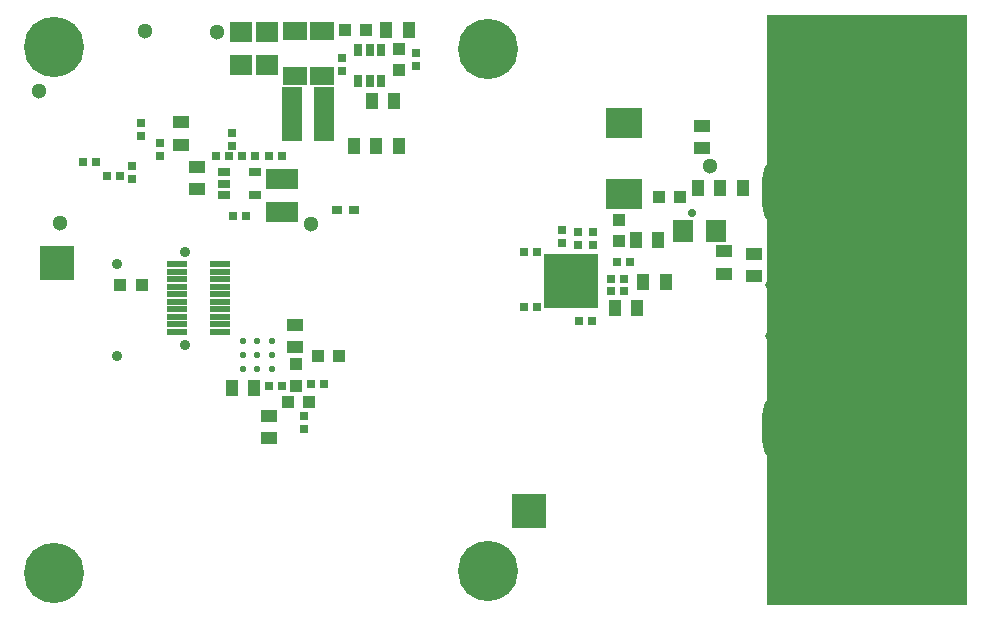
<source format=gbs>
G04*
G04 #@! TF.GenerationSoftware,Altium Limited,Altium Designer,18.0.11 (651)*
G04*
G04 Layer_Color=16711935*
%FSLAX44Y44*%
%MOMM*%
G71*
G01*
G75*
%ADD70R,3.0000X3.0000*%
%ADD78R,0.7000X0.7000*%
%ADD79R,1.0000X1.1000*%
%ADD82R,1.1000X1.0000*%
%ADD83R,1.4000X1.1000*%
%ADD84C,1.1000*%
%ADD85R,0.7000X0.7000*%
%ADD86R,1.1000X1.4000*%
%ADD87R,1.7000X1.9000*%
%ADD90R,2.8000X1.7000*%
%ADD91R,1.7000X4.6000*%
%ADD92R,1.9000X1.7000*%
%ADD100R,3.1000X2.5000*%
%ADD116R,1.7000X0.5000*%
%ADD117R,1.7000X0.5000*%
%ADD118C,3.5000*%
%ADD119C,0.9000*%
%ADD120C,1.3000*%
%ADD121C,0.8000*%
%ADD122C,5.1000*%
%ADD123C,0.7000*%
%ADD125C,0.5500*%
%ADD167R,17.0500X50.0000*%
%ADD168R,4.6000X4.6446*%
%ADD169R,1.1000X0.8000*%
%ADD170R,1.1000X0.8000*%
%ADD171R,0.8000X1.1000*%
%ADD172R,2.0000X1.5000*%
%ADD173R,0.8500X0.6500*%
%ADD174O,4.6000X6.6000*%
D70*
X710000Y470000D02*
D03*
X430000Y80000D02*
D03*
X30000Y290000D02*
D03*
D78*
X164500Y380000D02*
D03*
X175500D02*
D03*
X63000Y375000D02*
D03*
X52000D02*
D03*
X483000Y241000D02*
D03*
X472000D02*
D03*
X510000Y266000D02*
D03*
X499000D02*
D03*
X436500Y299250D02*
D03*
X425500D02*
D03*
Y252750D02*
D03*
X436500D02*
D03*
X504500Y290750D02*
D03*
X515500D02*
D03*
X209500Y380000D02*
D03*
X220500D02*
D03*
X197750D02*
D03*
X186750D02*
D03*
X510000Y276000D02*
D03*
X499000D02*
D03*
X83500Y363000D02*
D03*
X72500D02*
D03*
X190500Y329500D02*
D03*
X179500D02*
D03*
X209500Y186000D02*
D03*
X220500D02*
D03*
X245000Y187500D02*
D03*
X256000D02*
D03*
D79*
X84000Y271500D02*
D03*
X102000D02*
D03*
X244000Y172000D02*
D03*
X226000D02*
D03*
X558000Y346000D02*
D03*
X540000D02*
D03*
X274000Y487000D02*
D03*
X292000D02*
D03*
X269000Y211000D02*
D03*
X251000D02*
D03*
D82*
X320000Y453000D02*
D03*
Y471000D02*
D03*
X506500Y326500D02*
D03*
Y308500D02*
D03*
X233000Y186000D02*
D03*
Y204000D02*
D03*
D83*
X595000Y280500D02*
D03*
Y299500D02*
D03*
X149000Y352000D02*
D03*
Y371000D02*
D03*
X232000Y218500D02*
D03*
Y237500D02*
D03*
X210000Y160500D02*
D03*
Y141500D02*
D03*
X620500Y297500D02*
D03*
Y278500D02*
D03*
X576500Y406000D02*
D03*
Y387000D02*
D03*
X135500Y409000D02*
D03*
Y390000D02*
D03*
D84*
X708500Y376500D02*
D03*
D85*
X484000Y305000D02*
D03*
Y316000D02*
D03*
X458000Y317750D02*
D03*
Y306750D02*
D03*
X94000Y372000D02*
D03*
Y361000D02*
D03*
X178500Y388500D02*
D03*
Y399500D02*
D03*
X117500Y391500D02*
D03*
Y380500D02*
D03*
X471750Y316000D02*
D03*
Y305000D02*
D03*
X272000Y463000D02*
D03*
Y452000D02*
D03*
X239000Y160000D02*
D03*
Y149000D02*
D03*
X334500Y456500D02*
D03*
Y467500D02*
D03*
X101000Y408000D02*
D03*
Y397000D02*
D03*
D86*
X300500Y388500D02*
D03*
X319500D02*
D03*
X281500D02*
D03*
X300500D02*
D03*
X526500Y274000D02*
D03*
X545500D02*
D03*
X520500Y309500D02*
D03*
X539500D02*
D03*
X573000Y353500D02*
D03*
X592000D02*
D03*
X502500Y252000D02*
D03*
X521500D02*
D03*
X316000Y427000D02*
D03*
X297000D02*
D03*
X328000Y487000D02*
D03*
X309000D02*
D03*
X611000Y353500D02*
D03*
X592000D02*
D03*
X197250Y183500D02*
D03*
X178250D02*
D03*
D87*
X560500Y316500D02*
D03*
X588500D02*
D03*
D90*
X221000Y333000D02*
D03*
Y361000D02*
D03*
D91*
X229500Y416000D02*
D03*
X256500D02*
D03*
D92*
X208500Y457000D02*
D03*
Y485000D02*
D03*
X186000D02*
D03*
Y457000D02*
D03*
D100*
X510500Y348000D02*
D03*
Y408000D02*
D03*
D116*
X132000Y231425D02*
D03*
X168000D02*
D03*
Y237775D02*
D03*
X132000D02*
D03*
X168000Y244125D02*
D03*
X132000D02*
D03*
X168000Y250475D02*
D03*
X132000D02*
D03*
X168000Y256825D02*
D03*
X132000D02*
D03*
D117*
X168000Y263175D02*
D03*
X132000D02*
D03*
X168000Y269525D02*
D03*
X132000D02*
D03*
X168000Y275875D02*
D03*
X132000D02*
D03*
X168000Y282225D02*
D03*
X132000D02*
D03*
X168000Y288575D02*
D03*
X132000D02*
D03*
D118*
X772500Y160000D02*
D03*
Y340000D02*
D03*
D119*
X139000Y299250D02*
D03*
Y220750D02*
D03*
X81000Y289250D02*
D03*
Y210750D02*
D03*
D120*
X32500Y324000D02*
D03*
X670500Y481000D02*
D03*
X583000Y372000D02*
D03*
X15000Y435000D02*
D03*
X245000Y322500D02*
D03*
X166000Y485000D02*
D03*
X105000Y486000D02*
D03*
X671000Y9500D02*
D03*
X649022Y249336D02*
D03*
D121*
X664022Y227936D02*
D03*
Y270736D02*
D03*
X634022Y227936D02*
D03*
Y270736D02*
D03*
D122*
X772500Y27000D02*
D03*
X27500D02*
D03*
X395500Y471000D02*
D03*
X772500Y473000D02*
D03*
X27500D02*
D03*
X395500Y29000D02*
D03*
D123*
X732500Y167500D02*
D03*
X567500Y332500D02*
D03*
D125*
X188000Y224000D02*
D03*
Y212000D02*
D03*
Y200000D02*
D03*
X200000D02*
D03*
X212000D02*
D03*
Y212000D02*
D03*
Y224000D02*
D03*
X200000D02*
D03*
Y212000D02*
D03*
D167*
X715750Y250000D02*
D03*
D168*
X465500Y274277D02*
D03*
D169*
X198000Y366500D02*
D03*
Y347500D02*
D03*
X172000Y366500D02*
D03*
Y357000D02*
D03*
D170*
Y347500D02*
D03*
D171*
X304500Y470000D02*
D03*
Y444000D02*
D03*
X295000D02*
D03*
X285500D02*
D03*
Y470000D02*
D03*
X295000D02*
D03*
D172*
X231500Y486000D02*
D03*
Y448000D02*
D03*
X255000Y486000D02*
D03*
Y448000D02*
D03*
D173*
X281500Y334500D02*
D03*
X267500D02*
D03*
D174*
X650000Y150000D02*
D03*
Y350000D02*
D03*
M02*

</source>
